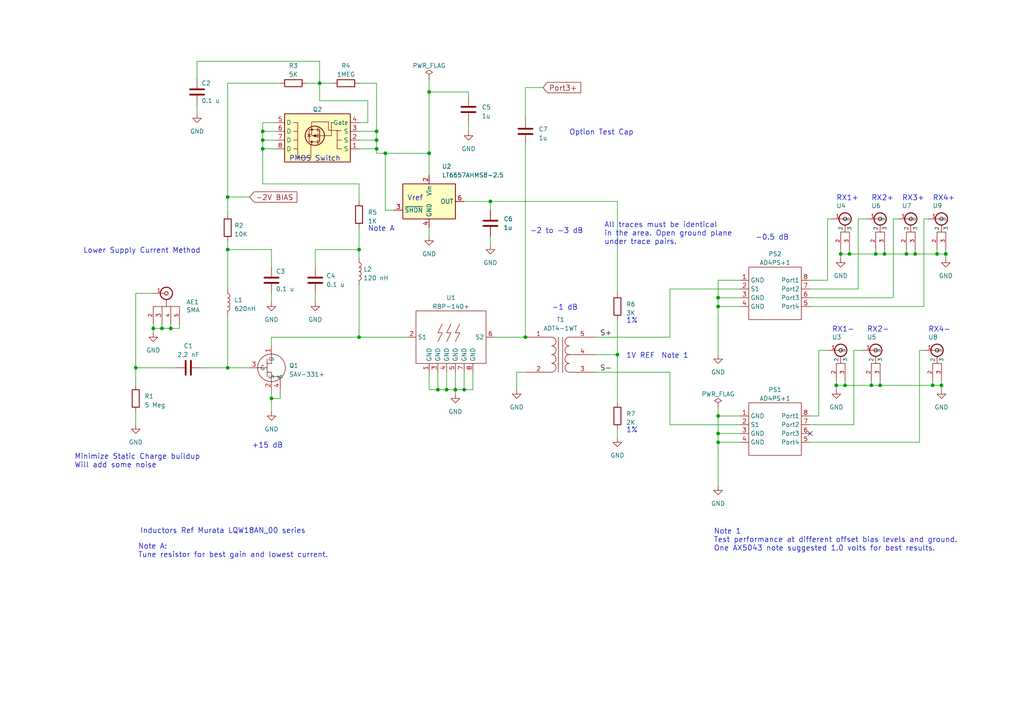
<source format=kicad_sch>
(kicad_sch (version 20230121) (generator eeschema)
  (paper "A4")
  (lib_symbols
    (symbol "Device:C" (pin_numbers hide) (pin_names (offset 0.254))
      (property "Reference" "C" (at 0.635 2.54 0))
      (property "Value" "C" (at 0.635 -2.54 0))
      (symbol "C_0_1"
        (polyline (pts (xy -2.032 -0.762) (xy 2.032 -0.762)) (stroke (width 0.508)))
        (polyline (pts (xy -2.032 0.762) (xy 2.032 0.762)) (stroke (width 0.508)))
      )
      (symbol "C_1_1"
        (pin passive line (at 0 3.81 270) (length 2.794) (name "~") (number "1"))
        (pin passive line (at 0 -3.81 90) (length 2.794) (name "~") (number "2"))
      )
    )
    (symbol "Device:L" (pin_numbers hide) (pin_names (offset 1.016) hide)
      (property "Reference" "L" (at -1.27 0 90))
      (property "Value" "L" (at 1.905 0 90))
      (symbol "L_0_1"
        (arc (start 0 -2.54) (mid 0.6323 -1.905) (end 0 -1.27))
        (arc (start 0 -1.27) (mid 0.6323 -0.635) (end 0 0))
        (arc (start 0 0) (mid 0.6323 0.635) (end 0 1.27))
        (arc (start 0 1.27) (mid 0.6323 1.905) (end 0 2.54))
      )
      (symbol "L_1_1"
        (pin passive line (at 0 3.81 270) (length 1.27) (name "1") (number "1"))
        (pin passive line (at 0 -3.81 90) (length 1.27) (name "2") (number "2"))
      )
    )
    (symbol "Device:R" (pin_numbers hide) (pin_names (offset 0))
      (property "Reference" "R" (at 2.032 0 90))
      (property "Value" "R" (at 0 0 90))
      (symbol "R_0_1"
        (rectangle (start -1.016 -2.54) (end 1.016 2.54) (stroke (width 0.254)))
      )
      (symbol "R_1_1"
        (pin passive line (at 0 3.81 270) (length 1.27) (name "~") (number "1"))
        (pin passive line (at 0 -3.81 90) (length 1.27) (name "~") (number "2"))
      )
    )
    (symbol "PACSAT_DEV_misc:SMA" (pin_names (offset 1.016) hide)
      (property "Reference" "U155" (at -5.7658 -2.5146 0))
      (property "Value" "SMA" (at -5.7658 -4.826 0))
      (symbol "SMA_0_1"
        (polyline (pts (xy -3.81 -3.81) (xy 3.81 -3.81)))
        (polyline (pts (xy 0 -3.81) (xy 0 -1.778)))
        (circle (center 0 0) (radius 0.508) (stroke (width 0.2032)))
        (circle (center 0 0) (radius 1.778) (stroke (width 0.3048)))
      )
      (symbol "SMA_1_1"
        (pin passive line (at -3.81 0 0) (length 3.302) (name "In") (number "1"))
        (pin passive line (at -3.81 -8.89 90) (length 5.08) (name "Body") (number "2"))
        (pin input line (at -1.27 -8.89 90) (length 5.08) (name "3") (number "3"))
        (pin passive line (at 1.27 -8.89 90) (length 5.08) (name "4") (number "4"))
        (pin passive line (at 3.81 -8.89 90) (length 5.08) (name "5") (number "5"))
      )
    )
    (symbol "PACSAT_DEV_misc:TPS1100"
      (property "Reference" "Q?" (at 6.35 -8.89 0))
      (symbol "TPS1100_0_1"
        (rectangle (start -8.89 7.62) (end 10.16 -6.35) (stroke (width 0.254)) (fill (type background)))
        (polyline (pts (xy -2.54 0) (xy -3.4176 -0.012)))
        (polyline (pts (xy 0 0) (xy -2.794 0)))
        (polyline (pts (xy 0 1.905) (xy 0 -1.905)) (stroke (width 0.254)))
        (polyline (pts (xy 0.508 -1.27) (xy 0.508 -2.286)) (stroke (width 0.254)))
        (polyline (pts (xy 0.508 0.508) (xy 0.508 -0.508)) (stroke (width 0.254)))
        (polyline (pts (xy 0.508 2.286) (xy 0.508 1.27)) (stroke (width 0.254)))
        (polyline (pts (xy 2.286 2.54) (xy 2.286 1.778)))
        (polyline (pts (xy 6.35 -1.27) (xy 7.62 -1.27)))
        (polyline (pts (xy 6.35 1.27) (xy 7.62 1.27)))
        (polyline (pts (xy 6.35 3.81) (xy 7.62 3.81)))
        (polyline (pts (xy -5.08 -1.27) (xy -5.08 1.27) (xy -6.35 1.27)))
        (polyline (pts (xy -5.08 -1.27) (xy -5.0512 -1.5491) (xy -5.031 -1.448)))
        (polyline (pts (xy -5.08 1.27) (xy -5.08 3.81) (xy -6.35 3.81)))
        (polyline (pts (xy -4.9501 -1.4683) (xy -6.1836 -1.4683) (xy -6.1229 -1.3874)))
        (polyline (pts (xy -3.4162 -0.0461) (xy -3.4162 -3.8561) (xy -4.2419 -3.8037)))
        (polyline (pts (xy 2.286 -2.54) (xy 2.286 0) (xy 0.508 0)))
        (polyline (pts (xy 0.508 1.778) (xy 3.048 1.778) (xy 3.048 -1.778) (xy 0.508 -1.778)))
        (polyline (pts (xy 2.032 0) (xy 1.016 0.381) (xy 1.016 -0.381) (xy 2.032 0)) (fill (type outline)))
        (polyline (pts (xy 2.54 -0.508) (xy 2.667 -0.381) (xy 3.429 -0.381) (xy 3.556 -0.254)))
        (polyline (pts (xy 3.048 -0.381) (xy 2.667 0.254) (xy 3.429 0.254) (xy 3.048 -0.381)))
        (polyline (pts (xy 2.3285 -2.7575) (xy 2.3285 -4.0275) (xy -2.5549 -4.0212) (xy -2.5549 -1.5919) (xy -5.2915 -1.4875)))
        (polyline (pts (xy 2.54 2.54) (xy 2.54 6.35) (xy 6.35 6.35) (xy 6.35 -3.81) (xy 7.62 -3.81)))
        (circle (center 1.397 0) (radius 2.794) (stroke (width 0.254)))
        (circle (center 2.286 -1.778) (radius 0.254) (fill (type outline)))
        (circle (center 2.286 1.778) (radius 0.254) (fill (type outline)))
      )
      (symbol "TPS1100_1_1"
        (pin passive line (at -11.43 3.81 0) (length 2.54) (name "S") (number "1"))
        (pin passive line (at -11.43 1.27 0) (length 2.54) (name "S") (number "2"))
        (pin passive line (at -11.43 -1.27 0) (length 2.54) (name "S") (number "3"))
        (pin input line (at -11.43 -3.81 0) (length 2.54) (name "Gate") (number "4"))
        (pin passive line (at 12.7 -3.81 180) (length 2.54) (name "D") (number "5"))
        (pin passive line (at 12.7 -1.27 180) (length 2.54) (name "D") (number "6"))
        (pin passive line (at 12.7 1.27 180) (length 2.54) (name "D") (number "7"))
        (pin passive line (at 12.7 3.81 180) (length 2.54) (name "D") (number "8"))
      )
    )
    (symbol "PACSAT_DEV_misc:U_FL"
      (property "Reference" "U" (at -3.81 2.54 0))
      (symbol "U_FL_0_1"
        (polyline (pts (xy -1.27 -3.81) (xy 1.27 -3.81)))
        (polyline (pts (xy 0 -3.81) (xy 0 -1.778)))
        (circle (center 0 0) (radius 0.508) (stroke (width 0.2032)))
        (circle (center 0 0) (radius 1.778) (stroke (width 0.3048)))
      )
      (symbol "U_FL_1_1"
        (pin bidirectional line (at -3.81 0 0) (length 3.302) (name "In") (number "1"))
        (pin power_in line (at -1.27 -8.89 90) (length 5.08) (name "2") (number "2"))
        (pin power_in line (at 1.27 -8.89 90) (length 5.08) (name "3") (number "3"))
      )
    )
    (symbol "PACSAT_Minicircuits:AD4PS+1"
      (property "Reference" "U" (at 0 0 0))
      (symbol "AD4PS+1_0_1"
        (rectangle (start -7.62 7.62) (end 7.62 -7.62))
      )
      (symbol "AD4PS+1_1_1"
        (pin power_in line (at -10.16 3.81 0) (length 2.54) (name "GND") (number "1"))
        (pin input line (at -10.16 1.27 0) (length 2.54) (name "S1") (number "2"))
        (pin power_in line (at -10.16 -1.27 0) (length 2.54) (name "GND") (number "3"))
        (pin power_in line (at -10.16 -3.81 0) (length 2.54) (name "GND") (number "4"))
        (pin output line (at 10.16 -3.81 180) (length 2.54) (name "Port4") (number "5"))
        (pin output line (at 10.16 -1.27 180) (length 2.54) (name "Port3") (number "6"))
        (pin output line (at 10.16 1.27 180) (length 2.54) (name "Port2") (number "7"))
        (pin output line (at 10.16 3.81 180) (length 2.54) (name "Port1") (number "8"))
      )
    )
    (symbol "PACSAT_Minicircuits:RBP-140+_1"
      (property "Reference" "U603" (at 10.16 5.08 0))
      (property "Value" "RBP-140+" (at 10.16 2.54 0))
      (symbol "RBP-140+_1_0_0"
        (polyline (pts (xy 6.35 -8.89) (xy 7.62 -6.35) (xy 6.35 -6.35) (xy 7.62 -3.81)))
        (polyline (pts (xy 8.89 -8.89) (xy 10.16 -6.35) (xy 8.89 -6.35) (xy 10.16 -3.81)))
        (polyline (pts (xy 11.43 -8.89) (xy 12.7 -6.35) (xy 11.43 -6.35) (xy 12.7 -3.81)))
      )
      (symbol "RBP-140+_1_0_1"
        (rectangle (start 0 0) (end 20.32 -15.24))
      )
      (symbol "RBP-140+_1_1_1"
        (pin power_in line (at 3.81 -17.78 90) (length 2.54) (name "GND") (number "1"))
        (pin input line (at -2.54 -7.62 0) (length 2.54) (name "S1") (number "2"))
        (pin power_in line (at 6.35 -17.78 90) (length 2.54) (name "GND") (number "3"))
        (pin power_in line (at 8.89 -17.78 90) (length 2.54) (name "GND") (number "4"))
        (pin power_in line (at 11.43 -17.78 90) (length 2.54) (name "GND") (number "5"))
        (pin output line (at 22.86 -7.62 180) (length 2.54) (name "S2") (number "6"))
        (pin power_in line (at 13.97 -17.78 90) (length 2.54) (name "GND") (number "7"))
        (pin power_in line (at 16.51 -17.78 90) (length 2.54) (name "GND") (number "8"))
      )
    )
    (symbol "PACSAT_Minicircuits:SAV-331+"
      (property "Reference" "U601" (at 5.08 0.635 0))
      (property "Value" "SAV-331+" (at 5.08 -1.905 0))
      (symbol "SAV-331+_0_1"
        (polyline (pts (xy -2.54 0) (xy -3.81 0)))
        (polyline (pts (xy -1.27 -1.27) (xy -1.27 -2.54)))
        (polyline (pts (xy -1.27 0) (xy -2.54 0)))
        (polyline (pts (xy -1.27 1.27) (xy -1.27 2.54)))
        (polyline (pts (xy 0 -2.54) (xy 0 -3.81)))
        (polyline (pts (xy 0 1.27) (xy 0 2.54)))
        (polyline (pts (xy 0 2.54) (xy 0 3.81)))
        (polyline (pts (xy -1.27 -1.27) (xy 0 -1.27) (xy 0 -2.54)))
        (polyline (pts (xy 0 -2.54) (xy 2.54 -2.54) (xy 2.54 -3.81)))
        (polyline (pts (xy -1.27 1.27) (xy -1.27 -1.27) (xy -1.27 1.27) (xy -1.27 0) (xy -1.27 1.27) (xy 0 1.27)))
        (circle (center 0 0) (radius 4.0161))
      )
      (symbol "SAV-331+_1_1"
        (pin input line (at 0 6.35 270) (length 2.54) (name "D") (number "1"))
        (pin input line (at 0 -6.35 90) (length 2.54) (name "S") (number "2"))
        (pin input line (at -6.35 0 0) (length 2.54) (name "G") (number "3"))
        (pin input line (at 2.54 -6.35 90) (length 2.54) (name "S") (number "4"))
      )
    )
    (symbol "PACSAT_Minicircuits:SCPS-4-62+_1"
      (property "Reference" "PS601" (at 7.62 3.81 0))
      (property "Value" "SCPS-4-62+" (at 7.62 1.27 0))
      (symbol "SCPS-4-62+_1_0_1"
        (rectangle (start 0 0) (end 15.24 -15.24))
      )
      (symbol "SCPS-4-62+_1_1_1"
        (pin power_in line (at -2.54 -3.81 0) (length 2.54) (name "GND") (number "1"))
        (pin input line (at -2.54 -6.35 0) (length 2.54) (name "S1") (number "2"))
        (pin power_in line (at -2.54 -8.89 0) (length 2.54) (name "GND") (number "3"))
        (pin power_in line (at -2.54 -11.43 0) (length 2.54) (name "GND") (number "4"))
        (pin output line (at 17.78 -11.43 180) (length 2.54) (name "Port4") (number "5"))
        (pin output line (at 17.78 -8.89 180) (length 2.54) (name "Port3") (number "6"))
        (pin output line (at 17.78 -6.35 180) (length 2.54) (name "Port2") (number "7"))
        (pin output line (at 17.78 -3.81 180) (length 2.54) (name "Port1") (number "8"))
      )
    )
    (symbol "PACSAT_Minicircuits:Transformer_1P_SS" (pin_names (offset 1.016) hide)
      (property "Reference" "T601" (at 0.0127 10.16 0))
      (property "Value" "ADT4-1WT" (at 0.0127 7.62 0))
      (symbol "Transformer_1P_SS_0_1"
        (arc (start -2.54 -5.0546) (mid -1.6599 -4.6901) (end -1.27 -3.81))
        (arc (start -2.54 -2.5146) (mid -1.6599 -2.1501) (end -1.27 -1.27))
        (arc (start -2.54 0.0254) (mid -1.6599 0.3899) (end -1.27 1.27))
        (arc (start -2.54 2.5654) (mid -1.6599 2.9299) (end -1.27 3.81))
        (arc (start -1.27 -3.81) (mid -1.642 -2.912) (end -2.54 -2.54))
        (arc (start -1.27 -1.27) (mid -1.642 -0.372) (end -2.54 0))
        (arc (start -1.27 1.27) (mid -1.642 2.168) (end -2.54 2.54))
        (arc (start -1.27 3.81) (mid -1.642 4.708) (end -2.54 5.08))
        (polyline (pts (xy -0.635 5.08) (xy -0.635 -5.08)))
        (polyline (pts (xy 0.635 -5.08) (xy 0.635 5.08)))
        (arc (start 1.2954 -1.27) (mid 1.6599 -2.1501) (end 2.54 -2.5146))
        (arc (start 1.2954 1.27) (mid 1.6599 0.3899) (end 2.54 0.0254))
        (arc (start 1.2954 3.81) (mid 1.6599 2.9299) (end 2.54 2.5654))
        (arc (start 1.3208 -3.81) (mid 1.6853 -4.6901) (end 2.5654 -5.0546))
        (arc (start 2.54 0) (mid 1.642 -0.372) (end 1.2954 -1.27))
        (arc (start 2.54 2.54) (mid 1.642 2.168) (end 1.2954 1.27))
        (arc (start 2.54 5.08) (mid 1.642 4.708) (end 1.2954 3.81))
        (arc (start 2.5654 -2.54) (mid 1.6674 -2.912) (end 1.3208 -3.81))
      )
      (symbol "Transformer_1P_SS_1_1"
        (pin passive line (at -10.16 5.08 0) (length 7.62) (name "AA") (number "1"))
        (pin passive line (at -10.16 -5.08 0) (length 7.62) (name "AB") (number "2"))
        (pin passive line (at 10.16 -5.08 180) (length 7.62) (name "SA") (number "3"))
        (pin passive line (at 10.16 0 180) (length 7.62) (name "SC") (number "4"))
        (pin passive line (at 10.16 5.08 180) (length 7.62) (name "SB") (number "5"))
        (pin no_connect line (at 0 -7.62 0) (length 2.54) hide (name "NC") (number "6"))
      )
    )
    (symbol "Reference_Voltage:LT6657AHMS8-2.5"
      (property "Reference" "U" (at -7.62 6.35 0))
      (property "Value" "LT6657AHMS8-2.5" (at 2.54 6.35 0))
      (symbol "LT6657AHMS8-2.5_0_1"
        (rectangle (start -7.62 5.08) (end 7.62 -5.08) (stroke (width 0.254)) (fill (type background)))
      )
      (symbol "LT6657AHMS8-2.5_1_1"
        (pin no_connect line (at 7.62 -2.54 180) (length 2.54) hide (name "DNC") (number "1"))
        (pin power_in line (at 0 7.62 270) (length 2.54) (name "Vin") (number "2"))
        (pin input line (at -10.16 -2.54 0) (length 2.54) (name "~{SHDN}") (number "3"))
        (pin power_in line (at 0 -7.62 90) (length 2.54) (name "GND") (number "4"))
        (pin no_connect line (at -7.62 0 0) (length 2.54) hide (name "DNC") (number "5"))
        (pin power_out line (at 10.16 0 180) (length 2.54) (name "OUT") (number "6"))
        (pin no_connect line (at -7.62 2.54 0) (length 2.54) hide (name "DNC") (number "7"))
        (pin no_connect line (at 7.62 2.54 180) (length 2.54) hide (name "DNC") (number "8"))
      )
    )
    (symbol "power:GND" (power) (pin_names (offset 0))
      (property "Value" "GND" (at 0 -3.81 0))
      (symbol "GND_0_1"
        (polyline (pts (xy 0 0) (xy 0 -1.27) (xy 1.27 -1.27) (xy 0 -2.54) (xy -1.27 -1.27) (xy 0 -1.27)))
      )
      (symbol "GND_1_1"
        (pin power_in line (at 0 0 270) (length 0) hide (name "GND") (number "1"))
      )
    )
    (symbol "power:PWR_FLAG" (power) (pin_numbers hide) (pin_names (offset 0) hide)
      (property "Value" "PWR_FLAG" (at 0 3.81 0))
      (symbol "PWR_FLAG_0_0"
        (pin power_out line (at 0 0 90) (length 0) (name "pwr") (number "1"))
      )
      (symbol "PWR_FLAG_0_1"
        (polyline (pts (xy 0 0) (xy 0 1.27) (xy -1.016 1.905) (xy 0 2.54) (xy 1.016 1.905) (xy 0 1.27)))
      )
    )
  )
  (junction (at 109.22 43.18))
  (junction (at 208.28 86.36))
  (junction (at 142.24 58.42))
  (junction (at 254 73.66))
  (junction (at 208.28 120.65))
  (junction (at 270.51 111.76))
  (junction (at 256.54 73.66))
  (junction (at 111.76 44.45))
  (junction (at 76.2 43.18))
  (junction (at 208.28 128.27))
  (junction (at 92.71 24.13))
  (junction (at 49.53 95.25))
  (junction (at 152.4 97.79))
  (junction (at 124.46 26.67))
  (junction (at 46.99 95.25))
  (junction (at 265.43 73.66))
  (junction (at 39.37 106.68))
  (junction (at 255.27 111.76))
  (junction (at 208.28 88.9))
  (junction (at 246.38 73.66))
  (junction (at 242.57 111.76))
  (junction (at 274.32 73.66))
  (junction (at 104.14 72.39))
  (junction (at 245.11 111.76))
  (junction (at 252.73 111.76))
  (junction (at 129.54 113.03))
  (junction (at 109.22 40.64))
  (junction (at 44.45 95.25))
  (junction (at 76.2 40.64))
  (junction (at 134.62 113.03))
  (junction (at 243.84 73.66))
  (junction (at 104.14 97.79))
  (junction (at 127 113.03))
  (junction (at 262.89 73.66))
  (junction (at 76.2 38.1))
  (junction (at 109.22 38.1))
  (junction (at 179.07 102.87))
  (junction (at 66.04 57.15))
  (junction (at 66.04 72.39))
  (junction (at 66.04 106.68))
  (junction (at 78.74 115.57))
  (junction (at 271.78 73.66))
  (junction (at 208.28 125.73))
  (junction (at 273.05 111.76))
  (junction (at 124.46 44.45))
  (junction (at 132.08 113.03))
  (no_connect (at 234.95 125.73))
  (wire (pts (xy 104.14 43.18) (xy 109.22 43.18)))
  (wire (pts (xy 92.71 29.21) (xy 92.71 24.13)))
  (wire (pts (xy 248.92 63.5) (xy 248.92 83.82)))
  (wire (pts (xy 44.45 93.98) (xy 44.45 95.25)))
  (wire (pts (xy 109.22 44.45) (xy 111.76 44.45)))
  (wire (pts (xy 39.37 106.68) (xy 50.8 106.68)))
  (wire (pts (xy 214.63 81.28) (xy 208.28 81.28)))
  (wire (pts (xy 265.43 72.39) (xy 265.43 73.66)))
  (wire (pts (xy 246.38 73.66) (xy 254 73.66)))
  (wire (pts (xy 208.28 88.9) (xy 214.63 88.9)))
  (wire (pts (xy 124.46 113.03) (xy 124.46 107.95)))
  (wire (pts (xy 252.73 110.49) (xy 252.73 111.76)))
  (wire (pts (xy 80.01 35.56) (xy 76.2 35.56)))
  (wire (pts (xy 243.84 72.39) (xy 243.84 73.66)))
  (wire (pts (xy 234.95 83.82) (xy 248.92 83.82)))
  (wire (pts (xy 52.07 93.98) (xy 52.07 95.25)))
  (wire (pts (xy 127 107.95) (xy 127 113.03)))
  (wire (pts (xy 111.76 44.45) (xy 111.76 60.96)))
  (wire (pts (xy 208.28 128.27) (xy 214.63 128.27)))
  (wire (pts (xy 134.62 107.95) (xy 134.62 113.03)))
  (wire (pts (xy 76.2 35.56) (xy 76.2 38.1)))
  (wire (pts (xy 243.84 73.66) (xy 246.38 73.66)))
  (wire (pts (xy 240.03 63.5) (xy 240.03 81.28)))
  (wire (pts (xy 243.84 73.66) (xy 243.84 74.93)))
  (wire (pts (xy 152.4 25.4) (xy 157.48 25.4)))
  (wire (pts (xy 135.89 27.94) (xy 135.89 26.67)))
  (wire (pts (xy 137.16 113.03) (xy 134.62 113.03)))
  (wire (pts (xy 124.46 66.04) (xy 124.46 68.58)))
  (wire (pts (xy 106.68 35.56) (xy 106.68 29.21)))
  (wire (pts (xy 137.16 107.95) (xy 137.16 113.03)))
  (wire (pts (xy 250.19 101.6) (xy 247.65 101.6)))
  (wire (pts (xy 76.2 43.18) (xy 76.2 53.34)))
  (wire (pts (xy 104.14 72.39) (xy 104.14 74.93)))
  (wire (pts (xy 179.07 58.42) (xy 142.24 58.42)))
  (wire (pts (xy 39.37 119.38) (xy 39.37 123.19)))
  (wire (pts (xy 142.24 60.96) (xy 142.24 58.42)))
  (wire (pts (xy 208.28 125.73) (xy 208.28 128.27)))
  (wire (pts (xy 57.15 30.48) (xy 57.15 33.02)))
  (wire (pts (xy 254 73.66) (xy 256.54 73.66)))
  (wire (pts (xy 91.44 85.09) (xy 91.44 87.63)))
  (wire (pts (xy 78.74 113.03) (xy 78.74 115.57)))
  (wire (pts (xy 129.54 113.03) (xy 132.08 113.03)))
  (wire (pts (xy 114.3 60.96) (xy 111.76 60.96)))
  (wire (pts (xy 270.51 111.76) (xy 273.05 111.76)))
  (wire (pts (xy 234.95 120.65) (xy 237.49 120.65)))
  (wire (pts (xy 124.46 26.67) (xy 124.46 44.45)))
  (wire (pts (xy 76.2 53.34) (xy 104.14 53.34)))
  (wire (pts (xy 66.04 106.68) (xy 72.39 106.68)))
  (wire (pts (xy 208.28 88.9) (xy 208.28 102.87)))
  (wire (pts (xy 46.99 93.98) (xy 46.99 95.25)))
  (wire (pts (xy 266.7 101.6) (xy 266.7 128.27)))
  (wire (pts (xy 76.2 40.64) (xy 76.2 43.18)))
  (wire (pts (xy 242.57 110.49) (xy 242.57 111.76)))
  (wire (pts (xy 66.04 24.13) (xy 66.04 57.15)))
  (wire (pts (xy 134.62 58.42) (xy 142.24 58.42)))
  (wire (pts (xy 44.45 95.25) (xy 46.99 95.25)))
  (wire (pts (xy 76.2 40.64) (xy 80.01 40.64)))
  (wire (pts (xy 241.3 63.5) (xy 240.03 63.5)))
  (wire (pts (xy 172.72 97.79) (xy 194.31 97.79)))
  (wire (pts (xy 129.54 107.95) (xy 129.54 113.03)))
  (wire (pts (xy 104.14 66.04) (xy 104.14 72.39)))
  (wire (pts (xy 66.04 91.44) (xy 66.04 106.68)))
  (wire (pts (xy 127 113.03) (xy 129.54 113.03)))
  (wire (pts (xy 109.22 24.13) (xy 109.22 38.1)))
  (wire (pts (xy 78.74 97.79) (xy 104.14 97.79)))
  (wire (pts (xy 274.32 73.66) (xy 274.32 74.93)))
  (wire (pts (xy 143.51 97.79) (xy 152.4 97.79)))
  (wire (pts (xy 152.4 25.4) (xy 152.4 34.29)))
  (wire (pts (xy 49.53 93.98) (xy 49.53 95.25)))
  (wire (pts (xy 246.38 72.39) (xy 246.38 73.66)))
  (wire (pts (xy 265.43 73.66) (xy 271.78 73.66)))
  (wire (pts (xy 104.14 97.79) (xy 118.11 97.79)))
  (wire (pts (xy 91.44 72.39) (xy 104.14 72.39)))
  (wire (pts (xy 251.46 63.5) (xy 248.92 63.5)))
  (wire (pts (xy 208.28 86.36) (xy 214.63 86.36)))
  (wire (pts (xy 262.89 72.39) (xy 262.89 73.66)))
  (wire (pts (xy 274.32 73.66) (xy 274.32 72.39)))
  (wire (pts (xy 208.28 125.73) (xy 214.63 125.73)))
  (wire (pts (xy 271.78 72.39) (xy 271.78 73.66)))
  (wire (pts (xy 111.76 44.45) (xy 124.46 44.45)))
  (wire (pts (xy 57.15 17.78) (xy 92.71 17.78)))
  (wire (pts (xy 66.04 72.39) (xy 66.04 83.82)))
  (wire (pts (xy 66.04 72.39) (xy 78.74 72.39)))
  (wire (pts (xy 142.24 68.58) (xy 142.24 71.12)))
  (wire (pts (xy 149.86 113.03) (xy 149.86 107.95)))
  (wire (pts (xy 237.49 101.6) (xy 237.49 120.65)))
  (wire (pts (xy 66.04 24.13) (xy 81.28 24.13)))
  (wire (pts (xy 44.45 85.09) (xy 39.37 85.09)))
  (wire (pts (xy 109.22 40.64) (xy 109.22 43.18)))
  (wire (pts (xy 172.72 102.87) (xy 179.07 102.87)))
  (wire (pts (xy 92.71 24.13) (xy 96.52 24.13)))
  (wire (pts (xy 124.46 50.8) (xy 124.46 44.45)))
  (wire (pts (xy 234.95 88.9) (xy 267.97 88.9)))
  (wire (pts (xy 234.95 86.36) (xy 259.08 86.36)))
  (wire (pts (xy 259.08 63.5) (xy 259.08 86.36)))
  (wire (pts (xy 273.05 111.76) (xy 273.05 110.49)))
  (wire (pts (xy 57.15 17.78) (xy 57.15 22.86)))
  (wire (pts (xy 78.74 85.09) (xy 78.74 87.63)))
  (wire (pts (xy 237.49 101.6) (xy 240.03 101.6)))
  (wire (pts (xy 109.22 40.64) (xy 109.22 38.1)))
  (wire (pts (xy 254 72.39) (xy 254 73.66)))
  (wire (pts (xy 78.74 115.57) (xy 81.28 115.57)))
  (wire (pts (xy 256.54 72.39) (xy 256.54 73.66)))
  (wire (pts (xy 179.07 124.46) (xy 179.07 127)))
  (wire (pts (xy 76.2 38.1) (xy 76.2 40.64)))
  (wire (pts (xy 245.11 110.49) (xy 245.11 111.76)))
  (wire (pts (xy 242.57 111.76) (xy 245.11 111.76)))
  (wire (pts (xy 267.97 101.6) (xy 266.7 101.6)))
  (wire (pts (xy 242.57 111.76) (xy 242.57 113.03)))
  (wire (pts (xy 44.45 95.25) (xy 44.45 96.52)))
  (wire (pts (xy 127 113.03) (xy 124.46 113.03)))
  (wire (pts (xy 39.37 85.09) (xy 39.37 106.68)))
  (wire (pts (xy 255.27 111.76) (xy 270.51 111.76)))
  (wire (pts (xy 269.24 63.5) (xy 267.97 63.5)))
  (wire (pts (xy 78.74 97.79) (xy 78.74 100.33)))
  (wire (pts (xy 104.14 24.13) (xy 109.22 24.13)))
  (wire (pts (xy 208.28 81.28) (xy 208.28 86.36)))
  (wire (pts (xy 58.42 106.68) (xy 66.04 106.68)))
  (wire (pts (xy 208.28 118.11) (xy 208.28 120.65)))
  (wire (pts (xy 270.51 110.49) (xy 270.51 111.76)))
  (wire (pts (xy 208.28 128.27) (xy 208.28 140.97)))
  (wire (pts (xy 66.04 72.39) (xy 66.04 69.85)))
  (wire (pts (xy 78.74 115.57) (xy 78.74 119.38)))
  (wire (pts (xy 245.11 111.76) (xy 252.73 111.76)))
  (wire (pts (xy 76.2 43.18) (xy 80.01 43.18)))
  (wire (pts (xy 66.04 57.15) (xy 72.39 57.15)))
  (wire (pts (xy 267.97 63.5) (xy 267.97 88.9)))
  (wire (pts (xy 81.28 113.03) (xy 81.28 115.57)))
  (wire (pts (xy 104.14 53.34) (xy 104.14 58.42)))
  (wire (pts (xy 234.95 123.19) (xy 247.65 123.19)))
  (wire (pts (xy 247.65 101.6) (xy 247.65 123.19)))
  (wire (pts (xy 124.46 26.67) (xy 135.89 26.67)))
  (wire (pts (xy 132.08 107.95) (xy 132.08 113.03)))
  (wire (pts (xy 262.89 73.66) (xy 265.43 73.66)))
  (wire (pts (xy 46.99 95.25) (xy 49.53 95.25)))
  (wire (pts (xy 92.71 17.78) (xy 92.71 24.13)))
  (wire (pts (xy 104.14 82.55) (xy 104.14 97.79)))
  (wire (pts (xy 194.31 97.79) (xy 194.31 83.82)))
  (wire (pts (xy 194.31 123.19) (xy 214.63 123.19)))
  (wire (pts (xy 208.28 86.36) (xy 208.28 88.9)))
  (wire (pts (xy 76.2 38.1) (xy 80.01 38.1)))
  (wire (pts (xy 132.08 113.03) (xy 132.08 114.3)))
  (wire (pts (xy 104.14 40.64) (xy 109.22 40.64)))
  (wire (pts (xy 66.04 57.15) (xy 66.04 62.23)))
  (wire (pts (xy 134.62 113.03) (xy 132.08 113.03)))
  (wire (pts (xy 271.78 73.66) (xy 274.32 73.66)))
  (wire (pts (xy 255.27 110.49) (xy 255.27 111.76)))
  (wire (pts (xy 152.4 41.91) (xy 152.4 97.79)))
  (wire (pts (xy 194.31 107.95) (xy 194.31 123.19)))
  (wire (pts (xy 78.74 72.39) (xy 78.74 77.47)))
  (wire (pts (xy 260.35 63.5) (xy 259.08 63.5)))
  (wire (pts (xy 149.86 107.95) (xy 152.4 107.95)))
  (wire (pts (xy 194.31 83.82) (xy 214.63 83.82)))
  (wire (pts (xy 179.07 102.87) (xy 179.07 116.84)))
  (wire (pts (xy 88.9 24.13) (xy 92.71 24.13)))
  (wire (pts (xy 208.28 120.65) (xy 208.28 125.73)))
  (wire (pts (xy 256.54 73.66) (xy 262.89 73.66)))
  (wire (pts (xy 234.95 81.28) (xy 240.03 81.28)))
  (wire (pts (xy 172.72 107.95) (xy 194.31 107.95)))
  (wire (pts (xy 104.14 35.56) (xy 106.68 35.56)))
  (wire (pts (xy 109.22 43.18) (xy 109.22 44.45)))
  (wire (pts (xy 179.07 92.71) (xy 179.07 102.87)))
  (wire (pts (xy 273.05 111.76) (xy 273.05 113.03)))
  (wire (pts (xy 39.37 106.68) (xy 39.37 111.76)))
  (wire (pts (xy 252.73 111.76) (xy 255.27 111.76)))
  (wire (pts (xy 179.07 58.42) (xy 179.07 85.09)))
  (wire (pts (xy 92.71 29.21) (xy 106.68 29.21)))
  (wire (pts (xy 104.14 38.1) (xy 109.22 38.1)))
  (wire (pts (xy 91.44 77.47) (xy 91.44 72.39)))
  (wire (pts (xy 49.53 95.25) (xy 52.07 95.25)))
  (wire (pts (xy 234.95 128.27) (xy 266.7 128.27)))
  (wire (pts (xy 214.63 120.65) (xy 208.28 120.65)))
  (wire (pts (xy 124.46 22.86) (xy 124.46 26.67)))
  (wire (pts (xy 135.89 35.56) (xy 135.89 38.1)))
  (text "All traces must be identical\nin the area. Open ground plane \nunder trace pairs." (at 175.26 71.12 0) (effects (font (size 1.524 1.524)) (justify left bottom)))
  (text "RX2+" (at 252.73 58.42 0) (effects (font (size 1.524 1.524)) (justify left bottom)))
  (text "Vref" (at 118.11 58.42 0) (effects (font (size 1.524 1.524)) (justify left bottom)))
  (text "Note 1" (at 191.77 104.14 0) (effects (font (size 1.524 1.524)) (justify left bottom)))
  (text "RX4-" (at 269.24 96.52 0) (effects (font (size 1.524 1.524)) (justify left bottom)))
  (text "Note A:\nTune resistor for best gain and lowest current." (at 40.005 161.925 0) (effects (font (size 1.524 1.524)) (justify left bottom)))
  (text "Option Test Cap" (at 165.1 39.37 0) (effects (font (size 1.524 1.524)) (justify left bottom)))
  (text "Inductors Ref Murata LQW18AN_00 series" (at 40.64 154.94 0) (effects (font (size 1.524 1.524)) (justify left bottom)))
  (text "PMOS Switch" (at 83.82 46.99 0) (effects (font (size 1.524 1.524)) (justify left bottom)))
  (text "1%" (at 181.61 93.98 0) (effects (font (size 1.524 1.524)) (justify left bottom)))
  (text "-2 to -3 dB" (at 153.67 67.945 0) (effects (font (size 1.524 1.524)) (justify left bottom)))
  (text "1V REF" (at 181.61 104.14 0) (effects (font (size 1.524 1.524)) (justify left bottom)))
  (text "-0.5 dB" (at 219.075 69.85 0) (effects (font (size 1.524 1.524)) (justify left bottom)))
  (text "RX3+" (at 261.62 58.42 0) (effects (font (size 1.524 1.524)) (justify left bottom)))
  (text "1%" (at 181.61 125.73 0) (effects (font (size 1.524 1.524)) (justify left bottom)))
  (text "-1 dB" (at 160.02 90.17 0) (effects (font (size 1.524 1.524)) (justify left bottom)))
  (text "RX4+" (at 270.51 58.42 0) (effects (font (size 1.524 1.524)) (justify left bottom)))
  (text "RX2-" (at 251.46 96.52 0) (effects (font (size 1.524 1.524)) (justify left bottom)))
  (text "+15 dB" (at 73.025 130.175 0) (effects (font (size 1.524 1.524)) (justify left bottom)))
  (text "Lower Supply Current Method" (at 24.13 73.66 0) (effects (font (size 1.524 1.524)) (justify left bottom)))
  (text "RX1+" (at 242.57 58.42 0) (effects (font (size 1.524 1.524)) (justify left bottom)))
  (text "RX1-" (at 241.3 96.52 0) (effects (font (size 1.524 1.524)) (justify left bottom)))
  (text "Minimize Static Charge buildup\nWill add some noise" (at 21.59 135.89 0) (effects (font (size 1.524 1.524)) (justify left bottom)))
  (text "Note A" (at 106.68 67.31 0) (effects (font (size 1.524 1.524)) (justify left bottom)))
  (text "Note 1\nTest performance at different offset bias levels and ground.\nOne AX5043 note suggested 1.0 volts for best results." (at 207.01 160.02 0) (effects (font (size 1.524 1.524)) (justify left bottom)))
  (label "S+" (at 173.99 97.79 0) (effects (font (size 1.524 1.524))))
  (label "S-" (at 173.99 107.95 0) (effects (font (size 1.524 1.524))))
  (global_label "-2V BIAS" (shape input) (at 72.39 57.15 0) (effects (font (size 1.524 1.524))) (property "Intersheetrefs" "${INTERSHEET_REFS}" (effects hide)))
  (global_label "Port3+" (shape input) (at 157.48 25.4 0) (effects (font (size 1.524 1.524))) (property "Intersheetrefs" "${INTERSHEET_REFS}" (effects hide)))
  (symbol (lib_id "PACSAT_DEV_misc:U_FL") (at 245.11 63.5 0) (unit 1)
    (property "Reference" "U4" (at 242.57 59.69 0) (effects (justify left)))
    (property "Value" "~" (at 245.11 63.5 0))
    (property "Footprint" "PacSatDev_misc:U_FL" (effects hide))
  )
  (symbol (lib_id "Device:C") (at 135.89 31.75 0) (unit 1)
    (property "Reference" "C5" (at 139.7 31.115 0) (effects (justify left)))
    (property "Value" "1u" (at 139.7 33.655 0) (effects (justify left)))
    (property "Footprint" "Capacitor_SMD:C_0603_1608Metric_Pad1.08x0.95mm_HandSolder" (effects hide))
  )
  (symbol (lib_id "power:GND") (at 44.45 96.52 0) (unit 1)
    (property "Reference" "#PWR02" (effects hide))
    (property "Value" "GND" (at 44.45 101.6 0))
  )
  (symbol (lib_id "PACSAT_Minicircuits:AD4PS+1") (at 224.79 85.09 0) (unit 1)
    (property "Reference" "PS2" (at 224.79 73.66 0))
    (property "Value" "AD4PS+1" (at 224.79 76.2 0))
    (property "Footprint" "PacSatDev_MiniCircuits:CJ725" (effects hide))
  )
  (symbol (lib_id "Device:C") (at 78.74 81.28 0) (unit 1)
    (property "Reference" "C3" (at 80.01 78.74 0) (effects (justify left)))
    (property "Value" "0.1 u" (at 80.01 83.82 0) (effects (justify left)))
    (property "Footprint" "Capacitor_SMD:C_0603_1608Metric_Pad1.08x0.95mm_HandSolder" (effects hide))
  )
  (symbol (lib_id "Device:C") (at 152.4 38.1 0) (unit 1)
    (property "Reference" "C7" (at 156.21 37.465 0) (effects (justify left)))
    (property "Value" "1u" (at 156.21 40.005 0) (effects (justify left)))
    (property "Footprint" "Capacitor_SMD:C_0603_1608Metric_Pad1.08x0.95mm_HandSolder" (effects hide))
  )
  (symbol (lib_id "Device:R") (at 39.37 115.57 0) (unit 1)
    (property "Reference" "R1" (at 41.91 114.935 0) (effects (justify left)))
    (property "Value" "5 Meg" (at 41.91 117.475 0) (effects (justify left)))
    (property "Footprint" "Resistor_SMD:R_0603_1608Metric_Pad0.98x0.95mm_HandSolder" (effects hide))
  )
  (symbol (lib_id "power:GND") (at 208.28 102.87 0) (unit 1)
    (property "Reference" "#PWR013" (effects hide))
    (property "Value" "GND" (at 208.28 107.95 0))
  )
  (symbol (lib_id "PACSAT_Minicircuits:SAV-331+") (at 78.74 106.68 0) (unit 1)
    (property "Reference" "Q1" (at 83.82 106.045 0) (effects (justify left)))
    (property "Value" "SAV-331+" (at 83.82 108.585 0) (effects (justify left)))
    (property "Footprint" "PacSatDev_misc:TB-471" (effects hide))
  )
  (symbol (lib_id "power:PWR_FLAG") (at 124.46 22.86 0) (unit 1)
    (property "Reference" "#FLG01" (effects hide))
    (property "Value" "PWR_FLAG" (at 124.46 19.05 0))
  )
  (symbol (lib_id "power:GND") (at 142.24 71.12 0) (unit 1)
    (property "Reference" "#PWR010" (effects hide))
    (property "Value" "GND" (at 142.24 76.2 0))
  )
  (symbol (lib_id "power:GND") (at 273.05 113.03 0) (unit 1)
    (property "Reference" "#PWR017" (effects hide))
    (property "Value" "GND" (at 273.05 118.11 0))
  )
  (symbol (lib_id "Device:L") (at 66.04 87.63 0) (unit 1)
    (property "Reference" "L1" (at 67.945 86.995 0) (effects (justify left)))
    (property "Value" "620nH" (at 67.945 89.535 0) (effects (justify left)))
    (property "Footprint" "amsat_misc:L_Murata_LQH2MCNxxxx02_2.0x1.6mm" (effects hide))
  )
  (symbol (lib_id "power:GND") (at 243.84 74.93 0) (unit 1)
    (property "Reference" "#PWR016" (effects hide))
    (property "Value" "GND" (at 243.84 80.01 0))
  )
  (symbol (lib_id "power:GND") (at 78.74 87.63 0) (unit 1)
    (property "Reference" "#PWR04" (effects hide))
    (property "Value" "GND" (at 78.74 92.71 0))
  )
  (symbol (lib_id "PACSAT_DEV_misc:U_FL") (at 273.05 63.5 0) (unit 1)
    (property "Reference" "U9" (at 270.51 59.69 0) (effects (justify left)))
    (property "Value" "~" (at 273.05 63.5 0))
    (property "Footprint" "PacSatDev_misc:U_FL" (effects hide))
  )
  (symbol (lib_id "power:GND") (at 39.37 123.19 0) (unit 1)
    (property "Reference" "#PWR01" (effects hide))
    (property "Value" "GND" (at 39.37 128.27 0))
  )
  (symbol (lib_id "PACSAT_DEV_misc:U_FL") (at 271.78 101.6 0) (unit 1)
    (property "Reference" "U8" (at 269.24 97.79 0) (effects (justify left)))
    (property "Value" "~" (at 271.78 101.6 0))
    (property "Footprint" "PacSatDev_misc:U_FL" (effects hide))
  )
  (symbol (lib_id "power:GND") (at 57.15 33.02 0) (unit 1)
    (property "Reference" "#PWR03" (effects hide))
    (property "Value" "GND" (at 57.15 38.1 0))
  )
  (symbol (lib_id "Device:R") (at 85.09 24.13 90) (mirror x) (unit 1)
    (property "Reference" "R3" (at 85.09 19.05 90))
    (property "Value" "5K" (at 85.09 21.59 90))
    (property "Footprint" "Resistor_SMD:R_0603_1608Metric_Pad0.98x0.95mm_HandSolder" (effects hide))
  )
  (symbol (lib_id "power:GND") (at 124.46 68.58 0) (unit 1)
    (property "Reference" "#PWR07" (effects hide))
    (property "Value" "GND" (at 124.46 73.66 0))
  )
  (symbol (lib_id "Device:C") (at 57.15 26.67 0) (unit 1)
    (property "Reference" "C2" (at 58.42 24.13 0) (effects (justify left)))
    (property "Value" "0.1 u" (at 58.42 29.21 0) (effects (justify left)))
    (property "Footprint" "Capacitor_SMD:C_0603_1608Metric_Pad1.08x0.95mm_HandSolder" (effects hide))
  )
  (symbol (lib_id "PACSAT_Minicircuits:Transformer_1P_SS") (at 162.56 102.87 0) (unit 1)
    (property "Reference" "T1" (at 162.5727 92.71 0))
    (property "Value" "ADT4-1WT" (at 162.5727 95.25 0))
    (property "Footprint" "RF_Mini-Circuits:Mini-Circuits_CD542_H2.84mm" (effects hide))
  )
  (symbol (lib_id "PACSAT_DEV_misc:U_FL") (at 264.16 63.5 0) (unit 1)
    (property "Reference" "U7" (at 261.62 59.69 0) (effects (justify left)))
    (property "Value" "~" (at 264.16 63.5 0))
    (property "Footprint" "PacSatDev_misc:U_FL" (effects hide))
  )
  (symbol (lib_id "Device:R") (at 179.07 120.65 0) (unit 1)
    (property "Reference" "R7" (at 181.61 120.015 0) (effects (justify left)))
    (property "Value" "2K" (at 181.61 122.555 0) (effects (justify left)))
    (property "Footprint" "Resistor_SMD:R_0603_1608Metric_Pad0.98x0.95mm_HandSolder" (effects hide))
  )
  (symbol (lib_id "Device:R") (at 104.14 62.23 0) (unit 1)
    (property "Reference" "R5" (at 106.68 61.595 0) (effects (justify left)))
    (property "Value" "1K" (at 106.68 64.135 0) (effects (justify left)))
    (property "Footprint" "Resistor_SMD:R_0603_1608Metric_Pad0.98x0.95mm_HandSolder" (effects hide))
  )
  (symbol (lib_id "PACSAT_Minicircuits:RBP-140+_1") (at 120.65 90.17 0) (unit 1)
    (property "Reference" "U1" (at 130.81 86.36 0))
    (property "Value" "RBP-140+" (at 130.81 88.9 0))
    (property "Footprint" "RF_Mini-Circuits:Mini-Circuits_GP731" (effects hide))
  )
  (symbol (lib_id "power:GND") (at 91.44 87.63 0) (unit 1)
    (property "Reference" "#PWR06" (effects hide))
    (property "Value" "GND" (at 91.44 92.71 0))
  )
  (symbol (lib_id "power:GND") (at 132.08 114.3 0) (unit 1)
    (property "Reference" "#PWR08" (effects hide))
    (property "Value" "GND" (at 132.08 119.38 0))
  )
  (symbol (lib_id "power:GND") (at 208.28 140.97 0) (unit 1)
    (property "Reference" "#PWR014" (effects hide))
    (property "Value" "GND" (at 208.28 146.05 0))
  )
  (symbol (lib_id "PACSAT_DEV_misc:TPS1100") (at 92.71 39.37 180) (unit 1)
    (property "Reference" "Q2" (at 92.075 31.75 0))
    (property "Value" "~" (at 91.694 39.37 0))
    (property "Footprint" "Package_SO:SO-8_3.9x4.9mm_P1.27mm" (effects hide))
  )
  (symbol (lib_id "Device:C") (at 91.44 81.28 0) (unit 1)
    (property "Reference" "C4" (at 94.615 80.0099 0) (effects (justify left)))
    (property "Value" "0.1 u" (at 94.615 82.5499 0) (effects (justify left)))
    (property "Footprint" "Capacitor_SMD:C_0603_1608Metric_Pad1.08x0.95mm_HandSolder" (effects hide))
  )
  (symbol (lib_id "PACSAT_DEV_misc:U_FL") (at 243.84 101.6 0) (unit 1)
    (property "Reference" "U3" (at 241.3 97.79 0) (effects (justify left)))
    (property "Value" "~" (at 243.84 101.6 0))
    (property "Footprint" "PacSatDev_misc:U_FL" (effects hide))
  )
  (symbol (lib_id "power:GND") (at 274.32 74.93 0) (unit 1)
    (property "Reference" "#PWR018" (effects hide))
    (property "Value" "GND" (at 274.32 80.01 0))
  )
  (symbol (lib_id "power:GND") (at 78.74 119.38 0) (unit 1)
    (property "Reference" "#PWR05" (effects hide))
    (property "Value" "GND" (at 78.74 124.46 0))
  )
  (symbol (lib_id "power:GND") (at 242.57 113.03 0) (unit 1)
    (property "Reference" "#PWR015" (effects hide))
    (property "Value" "GND" (at 242.57 118.11 0))
  )
  (symbol (lib_id "Device:R") (at 66.04 66.04 0) (unit 1)
    (property "Reference" "R2" (at 67.945 65.405 0) (effects (justify left)))
    (property "Value" "10K" (at 67.945 67.945 0) (effects (justify left)))
    (property "Footprint" "Resistor_SMD:R_0603_1608Metric_Pad0.98x0.95mm_HandSolder" (effects hide))
  )
  (symbol (lib_id "Device:L") (at 104.14 78.74 0) (unit 1)
    (property "Reference" "L2" (at 105.41 78.105 0) (effects (justify left)))
    (property "Value" "120 nH" (at 105.41 80.645 0) (effects (justify left)))
    (property "Footprint" "PacSatDev_misc:L_Murata_LQH2MCNxxxx02_2.0x1.6mm" (effects hide))
  )
  (symbol (lib_id "PACSAT_DEV_misc:SMA") (at 48.26 85.09 0) (unit 1)
    (property "Reference" "AE1" (at 54.0258 87.6046 0) (effects (justify left)))
    (property "Value" "SMA" (at 54.0258 89.916 0) (effects (justify left)))
    (property "Footprint" "PacSatDev_misc:MMCX" (effects hide))
  )
  (symbol (lib_id "PACSAT_DEV_misc:U_FL") (at 254 101.6 0) (unit 1)
    (property "Reference" "U5" (at 251.46 97.79 0) (effects (justify left)))
    (property "Value" "~" (at 254 101.6 0))
    (property "Footprint" "PacSatDev_misc:U_FL" (effects hide))
  )
  (symbol (lib_id "Reference_Voltage:LT6657AHMS8-2.5") (at 124.46 58.42 0) (unit 1)
    (property "Reference" "U2" (at 129.54 48.26 0))
    (property "Value" "LT6657AHMS8-2.5" (at 137.16 50.8 0))
    (property "Footprint" "Package_SO:MSOP-8_3x3mm_P0.65mm" (effects hide))
    (property "Datasheet" "https://www.analog.com/media/en/technical-documentation/data-sheets/6657fd.pdf" (effects hide))
  )
  (symbol (lib_id "Device:C") (at 54.61 106.68 90) (unit 1)
    (property "Reference" "C1" (at 54.61 100.33 90))
    (property "Value" "2.2 nF" (at 54.61 102.87 90))
    (property "Footprint" "Capacitor_SMD:C_0603_1608Metric_Pad1.08x0.95mm_HandSolder" (effects hide))
  )
  (symbol (lib_id "Device:R") (at 100.33 24.13 90) (mirror x) (unit 1)
    (property "Reference" "R4" (at 100.33 19.05 90))
    (property "Value" "1MEG" (at 100.33 21.59 90))
    (property "Footprint" "Resistor_SMD:R_0603_1608Metric_Pad0.98x0.95mm_HandSolder" (effects hide))
  )
  (symbol (lib_id "PACSAT_DEV_misc:U_FL") (at 255.27 63.5 0) (unit 1)
    (property "Reference" "U6" (at 252.73 59.69 0) (effects (justify left)))
    (property "Value" "~" (at 255.27 63.5 0))
    (property "Footprint" "PacSatDev_misc:U_FL" (effects hide))
  )
  (symbol (lib_id "power:GND") (at 149.86 113.03 0) (unit 1)
    (property "Reference" "#PWR011" (effects hide))
    (property "Value" "GND" (at 149.86 118.11 0))
  )
  (symbol (lib_id "PACSAT_Minicircuits:SCPS-4-62+_1") (at 217.17 116.84 0) (unit 1)
    (property "Reference" "PS1" (at 224.79 113.03 0))
    (property "Value" "AD4PS+1" (at 224.79 115.57 0))
    (property "Footprint" "PacSatDev_MiniCircuits:CJ725" (effects hide))
  )
  (symbol (lib_id "Device:C") (at 142.24 64.77 0) (unit 1)
    (property "Reference" "C6" (at 146.05 63.4999 0) (effects (justify left)))
    (property "Value" "1u" (at 146.05 66.0399 0) (effects (justify left)))
    (property "Footprint" "Capacitor_SMD:C_0603_1608Metric_Pad1.08x0.95mm_HandSolder" (effects hide))
  )
  (symbol (lib_id "Device:R") (at 179.07 88.9 0) (unit 1)
    (property "Reference" "R6" (at 181.61 88.265 0) (effects (justify left)))
    (property "Value" "3K" (at 181.61 90.805 0) (effects (justify left)))
    (property "Footprint" "Resistor_SMD:R_0603_1608Metric_Pad0.98x0.95mm_HandSolder" (effects hide))
  )
  (symbol (lib_id "power:GND") (at 135.89 38.1 0) (unit 1)
    (property "Reference" "#PWR09" (effects hide))
    (property "Value" "GND" (at 135.89 43.18 0))
  )
  (symbol (lib_id "power:PWR_FLAG") (at 208.28 118.11 0) (unit 1)
    (property "Reference" "#FLG02" (effects hide))
    (property "Value" "PWR_FLAG" (at 208.28 114.3 0))
  )
  (symbol (lib_id "power:GND") (at 179.07 127 0) (unit 1)
    (property "Reference" "#PWR012" (effects hide))
    (property "Value" "GND" (at 179.07 132.08 0))
  )
)
</source>
